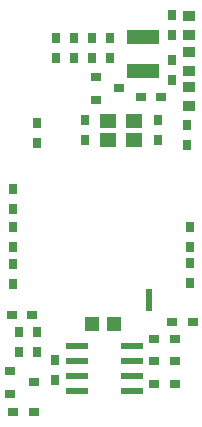
<source format=gbp>
%FSAX24Y24*%
%MOIN*%
G70*
G01*
G75*
G04 Layer_Color=128*
%ADD10R,0.0512X0.0315*%
%ADD11R,0.0315X0.0512*%
%ADD12C,0.0197*%
%ADD13C,0.0080*%
%ADD14C,0.0150*%
%ADD15C,0.0250*%
%ADD16C,0.0350*%
%ADD17C,0.0060*%
%ADD18C,0.0300*%
%ADD19C,0.0200*%
%ADD20C,0.0100*%
%ADD21C,0.0430*%
%ADD22R,0.0430X0.0430*%
%ADD23C,0.0270*%
%ADD24R,0.0300X0.0350*%
%ADD25R,0.0394X0.0354*%
%ADD26R,0.0350X0.0300*%
%ADD27R,0.0450X0.0500*%
%ADD28R,0.0354X0.0315*%
%ADD29R,0.1063X0.0512*%
%ADD30R,0.0748X0.0217*%
%ADD31R,0.0217X0.0748*%
%ADD32R,0.0551X0.0453*%
%ADD33C,0.0120*%
%ADD34C,0.0079*%
%ADD35C,0.0070*%
%ADD36R,0.0552X0.0355*%
%ADD37R,0.0355X0.0552*%
%ADD38C,0.0257*%
%ADD39C,0.0450*%
%ADD40R,0.0450X0.0450*%
%ADD41R,0.0360X0.0410*%
%ADD42R,0.0454X0.0414*%
%ADD43R,0.0410X0.0360*%
%ADD44R,0.0510X0.0560*%
%ADD45R,0.0414X0.0375*%
%ADD46R,0.1123X0.0572*%
%ADD47R,0.0788X0.0257*%
%ADD48R,0.0257X0.0788*%
%ADD49R,0.0808X0.0277*%
%ADD50R,0.0611X0.0513*%
D24*
X066650Y038765D02*
D03*
X067250Y038765D02*
D03*
Y039435D02*
D03*
X066650Y039435D02*
D03*
X067850Y037815D02*
D03*
Y038485D02*
D03*
X066450Y041015D02*
D03*
Y041685D02*
D03*
Y042265D02*
D03*
Y042935D02*
D03*
Y043515D02*
D03*
Y044185D02*
D03*
X068850Y045815D02*
D03*
Y046485D02*
D03*
X067250Y046385D02*
D03*
Y045715D02*
D03*
X069700Y048565D02*
D03*
Y049235D02*
D03*
X071750Y048485D02*
D03*
Y047815D02*
D03*
X071300Y046485D02*
D03*
Y045815D02*
D03*
X072250Y045665D02*
D03*
Y046335D02*
D03*
X072350Y042935D02*
D03*
Y042265D02*
D03*
Y041735D02*
D03*
Y041065D02*
D03*
X071750Y049315D02*
D03*
Y049985D02*
D03*
X069100Y049235D02*
D03*
X068500D02*
D03*
X067894D02*
D03*
Y048565D02*
D03*
X068500D02*
D03*
X069100D02*
D03*
D25*
X072320Y046955D02*
D03*
Y047585D02*
D03*
Y048126D02*
D03*
Y048756D02*
D03*
Y049326D02*
D03*
Y049956D02*
D03*
D26*
X066465Y036750D02*
D03*
X067135D02*
D03*
X071165Y037700D02*
D03*
X071835D02*
D03*
Y038450D02*
D03*
X071165D02*
D03*
Y039200D02*
D03*
X071835D02*
D03*
X072435Y039750D02*
D03*
X071765D02*
D03*
X067085Y040000D02*
D03*
X066415D02*
D03*
X070715Y047250D02*
D03*
X071385D02*
D03*
D27*
X069096Y039700D02*
D03*
X069804D02*
D03*
D28*
X066356Y037376D02*
D03*
Y038124D02*
D03*
X067144Y037750D02*
D03*
X069206Y047176D02*
D03*
Y047924D02*
D03*
X069994Y047550D02*
D03*
D29*
X070800Y048129D02*
D03*
Y049271D02*
D03*
D30*
X068575Y037450D02*
D03*
Y037950D02*
D03*
X070425D02*
D03*
Y037450D02*
D03*
Y038450D02*
D03*
Y038950D02*
D03*
X068575D02*
D03*
Y038450D02*
D03*
D31*
X070975Y040485D02*
D03*
D32*
X069617Y045835D02*
D03*
Y046465D02*
D03*
X070483D02*
D03*
Y045835D02*
D03*
M02*

</source>
